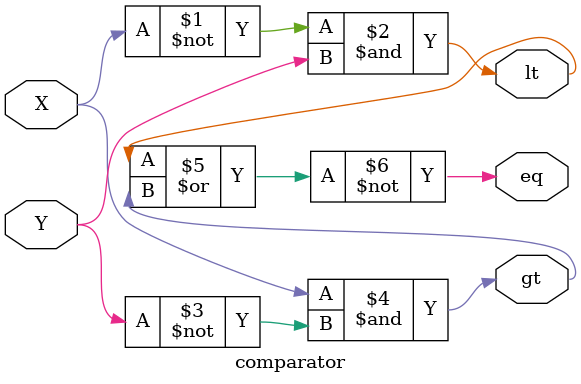
<source format=v>
`timescale 1ns / 1ps
module comparator( input X, input Y, output lt, output eq, output gt);	
	and and1(lt, ~X, Y);
	and and2(gt, X, ~Y);
	nor nor1(eq, lt, gt);
endmodule

</source>
